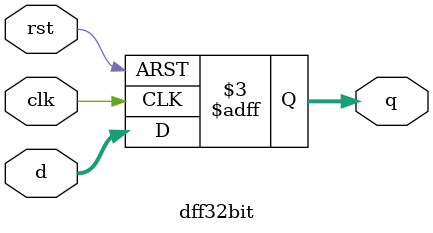
<source format=v>
`timescale 1ns / 1ps
module dff32bit(
    input [31:0] d,
    input rst,
    input clk,
    output reg [31:0] q
    );
	always @(posedge clk or negedge rst)
	begin
		if(!rst)
		begin
			q <= 32'h0;
		end
		else
		begin
			q <= d;
		end
	end

endmodule

</source>
